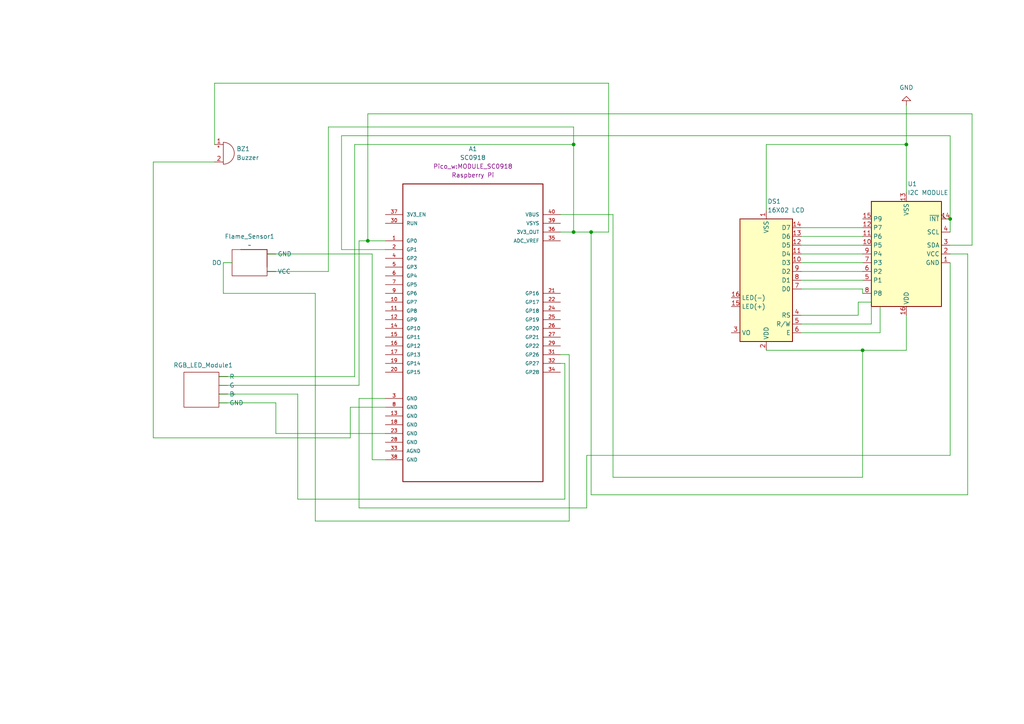
<source format=kicad_sch>
(kicad_sch (version 20231120) (generator "eeschema") (generator_version "8.0")
  (paper "A4")
  (lib_symbols
    (symbol "Device:Buzzer" (pin_names (offset 0.0254) hide)
      (property "Reference" "BZ" (at 3.81 1.27 0))
      (property "Value" "Buzzer" (at 3.81 -1.27 0))
      (symbol "Buzzer_0_1"
        (arc (start 0 -3.175) (mid 3.1612 0) (end 0 3.175))
        (polyline (pts (xy -1.651 1.905) (xy -1.143 1.905)))
        (polyline (pts (xy -1.397 2.159) (xy -1.397 1.651)))
        (polyline (pts (xy 0 3.175) (xy 0 -3.175)))
      )
      (symbol "Buzzer_1_1"
        (pin passive line (at -2.54 2.54 0) (length 2.54) (name "+") (number "1"))
        (pin passive line (at -2.54 -2.54 0) (length 2.54) (name "-") (number "2"))
      )
    )
    (symbol "Device:RGB_LED_Module"
      (property "Reference" "RGB_LED_Module" (at 0 0 0))
      (symbol "RGB_LED_Module_0_1"
        (rectangle (start -5.08 -1.27) (end 5.08 -11.43))
      )
      (symbol "RGB_LED_Module_1_1"
        (pin input line (at 5.08 -7.62 0) (length 2.54) (name "B") (number ""))
        (pin input line (at 5.08 -5.08 0) (length 2.54) (name "G") (number ""))
        (pin output line (at 5.08 -10.16 0) (length 2.54) (name "GND") (number ""))
        (pin input line (at 5.08 -2.54 0) (length 2.54) (name "R") (number ""))
      )
    )
    (symbol "Display_Character:WC1602A"
      (property "Reference" "DS" (at -5.842 19.05 0))
      (property "Value" "WC1602A" (at 5.334 19.05 0))
      (symbol "WC1602A_1_1"
        (rectangle (start -7.62 17.78) (end 7.62 -17.78) (stroke (width 0.254)) (fill (type background)))
        (pin power_in line (at 0 -20.32 90) (length 2.54) (name "VSS") (number "1"))
        (pin input line (at -10.16 -5.08 0) (length 2.54) (name "D3") (number "10"))
        (pin input line (at -10.16 -7.62 0) (length 2.54) (name "D4") (number "11"))
        (pin input line (at -10.16 -10.16 0) (length 2.54) (name "D5") (number "12"))
        (pin input line (at -10.16 -12.7 0) (length 2.54) (name "D6") (number "13"))
        (pin input line (at -10.16 -15.24 0) (length 2.54) (name "D7") (number "14"))
        (pin power_in line (at 10.16 7.62 180) (length 2.54) (name "LED(+)") (number "15"))
        (pin power_in line (at 10.16 5.08 180) (length 2.54) (name "LED(-)") (number "16"))
        (pin power_in line (at 0 20.32 270) (length 2.54) (name "VDD") (number "2"))
        (pin input line (at 10.16 15.24 180) (length 2.54) (name "VO") (number "3"))
        (pin input line (at -10.16 10.16 0) (length 2.54) (name "RS") (number "4"))
        (pin input line (at -10.16 12.7 0) (length 2.54) (name "R/W") (number "5"))
        (pin input line (at -10.16 15.24 0) (length 2.54) (name "E") (number "6"))
        (pin input line (at -10.16 2.54 0) (length 2.54) (name "D0") (number "7"))
        (pin input line (at -10.16 0 0) (length 2.54) (name "D1") (number "8"))
        (pin input line (at -10.16 -2.54 0) (length 2.54) (name "D2") (number "9"))
      )
    )
    (symbol "Interface_Expansion:PCF8574"
      (property "Reference" "U1" (at -0.3459 -20.32 0))
      (property "Value" "I2C MODULE" (at -0.3459 -17.78 0))
      (symbol "PCF8574_0_1"
        (rectangle (start -10.16 15.24) (end 10.16 -15.24) (stroke (width 0.254)) (fill (type background)))
      )
      (symbol "PCF8574_1_1"
        (pin input line (at -12.7 2.54 0) (length 2.54) (name "GND") (number "1"))
        (pin bidirectional line (at 12.7 -2.54 180) (length 2.54) (name "P5") (number "10"))
        (pin bidirectional line (at 12.7 -5.08 180) (length 2.54) (name "P6") (number "11"))
        (pin bidirectional line (at 12.7 -7.62 180) (length 2.54) (name "P7") (number "12"))
        (pin power_in line (at 0 -17.78 90) (length 2.54) (name "VSS") (number "13"))
        (pin open_collector output_low (at -12.7 -10.16 0) (length 2.54) (name "~{INT}") (number "14"))
        (pin input line (at 12.7 -10.16 180) (length 2.54) (name "P9") (number "15"))
        (pin power_in line (at 0 17.78 270) (length 2.54) (name "VDD") (number "16"))
        (pin input line (at -12.7 0 0) (length 2.54) (name "VCC") (number "2"))
        (pin input line (at -12.7 -2.54 0) (length 2.54) (name "SDA") (number "3"))
        (pin input line (at -12.7 -6.35 0) (length 2.54) (name "SCL") (number "4"))
        (pin bidirectional line (at 12.7 7.62 180) (length 2.54) (name "P1") (number "5"))
        (pin bidirectional line (at 12.7 5.08 180) (length 2.54) (name "P2") (number "6"))
        (pin bidirectional line (at 12.7 2.54 180) (length 2.54) (name "P3") (number "7"))
        (pin bidirectional line (at 12.7 11.43 180) (length 2.54) (name "P8") (number "8"))
        (pin bidirectional line (at 12.7 0 180) (length 2.54) (name "P4") (number "9"))
      )
    )
    (symbol "Pico_w:SC0918" (pin_names (offset 1.016))
      (property "Reference" "A1" (at 0 58.42 0))
      (property "Value" "SC0918" (at 0 55.88 0))
      (property "Footprint" "Pico_w:MODULE_SC0918" (at -12.7 -46.99 0))
      (property "manufacturer" "Raspberry Pi" (at 0 53.34 0))
      (symbol "SC0918_0_0"
        (rectangle (start -20.32 -43.18) (end 20.32 43.18) (stroke (width 0.254)))
        (pin bidirectional line (at -25.4 26.67 0) (length 5.08) (name "GP0") (number "1"))
        (pin bidirectional line (at -25.4 8.89 0) (length 5.08) (name "GP7") (number "10"))
        (pin bidirectional line (at -25.4 6.35 0) (length 5.08) (name "GP8") (number "11"))
        (pin bidirectional line (at -25.4 3.81 0) (length 5.08) (name "GP9") (number "12"))
        (pin power_in line (at -25.4 -24.13 0) (length 5.08) (name "GND") (number "13"))
        (pin bidirectional line (at -25.4 1.27 0) (length 5.08) (name "GP10") (number "14"))
        (pin bidirectional line (at -25.4 -1.27 0) (length 5.08) (name "GP11") (number "15"))
        (pin bidirectional line (at -25.4 -3.81 0) (length 5.08) (name "GP12") (number "16"))
        (pin bidirectional line (at -25.4 -6.35 0) (length 5.08) (name "GP13") (number "17"))
        (pin power_in line (at -25.4 -26.67 0) (length 5.08) (name "GND") (number "18"))
        (pin bidirectional line (at -25.4 -8.89 0) (length 5.08) (name "GP14") (number "19"))
        (pin bidirectional line (at -25.4 24.13 0) (length 5.08) (name "GP1") (number "2"))
        (pin bidirectional line (at -25.4 -11.43 0) (length 5.08) (name "GP15") (number "20"))
        (pin bidirectional line (at 25.4 11.43 180) (length 5.08) (name "GP16") (number "21"))
        (pin bidirectional line (at 25.4 8.89 180) (length 5.08) (name "GP17") (number "22"))
        (pin power_in line (at -25.4 -29.21 0) (length 5.08) (name "GND") (number "23"))
        (pin bidirectional line (at 25.4 6.35 180) (length 5.08) (name "GP18") (number "24"))
        (pin bidirectional line (at 25.4 3.81 180) (length 5.08) (name "GP19") (number "25"))
        (pin bidirectional line (at 25.4 1.27 180) (length 5.08) (name "GP20") (number "26"))
        (pin bidirectional line (at 25.4 -1.27 180) (length 5.08) (name "GP21") (number "27"))
        (pin power_in line (at -25.4 -31.75 0) (length 5.08) (name "GND") (number "28"))
        (pin bidirectional line (at 25.4 -3.81 180) (length 5.08) (name "GP22") (number "29"))
        (pin power_in line (at -25.4 -19.05 0) (length 5.08) (name "GND") (number "3"))
        (pin input line (at -25.4 31.75 0) (length 5.08) (name "RUN") (number "30"))
        (pin bidirectional line (at 25.4 -6.35 180) (length 5.08) (name "GP26") (number "31"))
        (pin bidirectional line (at 25.4 -8.89 180) (length 5.08) (name "GP27") (number "32"))
        (pin power_in line (at -25.4 -34.29 0) (length 5.08) (name "AGND") (number "33"))
        (pin bidirectional line (at 25.4 -11.43 180) (length 5.08) (name "GP28") (number "34"))
        (pin power_in line (at 25.4 26.67 180) (length 5.08) (name "ADC_VREF") (number "35"))
        (pin power_in line (at 25.4 29.21 180) (length 5.08) (name "3V3_OUT") (number "36"))
        (pin input line (at -25.4 34.29 0) (length 5.08) (name "3V3_EN") (number "37"))
        (pin power_in line (at -25.4 -36.83 0) (length 5.08) (name "GND") (number "38"))
        (pin free line (at 25.4 31.75 180) (length 5.08) (name "VSYS") (number "39"))
        (pin bidirectional line (at -25.4 21.59 0) (length 5.08) (name "GP2") (number "4"))
        (pin free line (at 25.4 34.29 180) (length 5.08) (name "VBUS") (number "40"))
        (pin bidirectional line (at -25.4 19.05 0) (length 5.08) (name "GP3") (number "5"))
        (pin bidirectional line (at -25.4 16.51 0) (length 5.08) (name "GP4") (number "6"))
        (pin bidirectional line (at -25.4 13.97 0) (length 5.08) (name "GP5") (number "7"))
        (pin power_in line (at -25.4 -21.59 0) (length 5.08) (name "GND") (number "8"))
        (pin bidirectional line (at -25.4 11.43 0) (length 5.08) (name "GP6") (number "9"))
      )
    )
    (symbol "Sensor:Flame_Sensor"
      (property "Reference" "Flame_Sensor" (at 0 0 0))
      (symbol "Flame_Sensor_0_1"
        (rectangle (start -5.08 -1.27) (end 5.08 -8.89))
        (rectangle (start -2.54 -1.27) (end -2.54 -1.27))
        (rectangle (start -2.54 -1.27) (end 5.08 -1.27))
        (rectangle (start 5.08 -1.27) (end 5.08 -6.35))
      )
      (symbol "Flame_Sensor_1_1"
        (pin input line (at -5.08 -5.08 180) (length 2.54) (name "DO") (number ""))
        (pin output line (at 5.08 -2.54 0) (length 2.54) (name "GND") (number ""))
        (pin input line (at 5.08 -7.62 0) (length 2.54) (name "VCC") (number ""))
      )
    )
    (symbol "power:GND" (power) (pin_numbers hide) (pin_names (offset 0) hide)
      (property "Value" "GND" (at 0 -3.81 0))
      (symbol "GND_0_1"
        (polyline (pts (xy 0 0) (xy 0 -1.27) (xy 1.27 -1.27) (xy 0 -2.54) (xy -1.27 -1.27) (xy 0 -1.27)))
      )
      (symbol "GND_1_1"
        (pin power_in line (at 0 0 270) (length 0) (name "~") (number "1"))
      )
    )
  )
  (junction (at 106.68 69.85))
  (junction (at 250.19 101.6))
  (junction (at 171.45 67.31))
  (junction (at 166.37 41.91))
  (junction (at 275.59 63.5))
  (junction (at 262.89 41.91))
  (junction (at 166.37 67.31))
  (wire (pts (xy 165.1 102.87) (xy 165.1 151.13)))
  (wire (pts (xy 102.87 109.22) (xy 102.87 41.91)))
  (wire (pts (xy 104.14 69.85) (xy 106.68 69.85)))
  (wire (pts (xy 255.27 96.52) (xy 255.27 88.9)))
  (wire (pts (xy 262.89 101.6) (xy 262.89 91.44)))
  (wire (pts (xy 177.8 62.23) (xy 177.8 138.43)))
  (wire (pts (xy 62.23 24.13) (xy 176.53 24.13)))
  (wire (pts (xy 80.01 116.84) (xy 80.01 125.73)))
  (wire (pts (xy 222.25 101.6) (xy 250.19 101.6)))
  (wire (pts (xy 275.59 67.31) (xy 275.59 63.5)))
  (wire (pts (xy 86.36 144.78) (xy 86.36 114.3)))
  (wire (pts (xy 104.14 147.32) (xy 104.14 115.57)))
  (wire (pts (xy 252.73 87.63) (xy 252.73 86.36)))
  (wire (pts (xy 170.18 132.08) (xy 170.18 147.32)))
  (wire (pts (xy 95.25 36.83) (xy 166.37 36.83)))
  (wire (pts (xy 63.5 111.76) (xy 104.14 111.76)))
  (wire (pts (xy 80.01 125.73) (xy 111.76 125.73)))
  (wire (pts (xy 250.19 81.28) (xy 232.41 81.28)))
  (wire (pts (xy 64.77 85.09) (xy 64.77 76.2)))
  (wire (pts (xy 222.25 60.96) (xy 222.25 41.91)))
  (wire (pts (xy 101.6 118.11) (xy 111.76 118.11)))
  (wire (pts (xy 104.14 111.76) (xy 104.14 69.85)))
  (wire (pts (xy 170.18 147.32) (xy 104.14 147.32)))
  (wire (pts (xy 280.67 73.66) (xy 280.67 143.51)))
  (wire (pts (xy 99.06 39.37) (xy 99.06 72.39)))
  (wire (pts (xy 102.87 41.91) (xy 166.37 41.91)))
  (wire (pts (xy 275.59 71.12) (xy 281.94 71.12)))
  (wire (pts (xy 250.19 83.82) (xy 232.41 83.82)))
  (wire (pts (xy 44.45 46.99) (xy 44.45 127)))
  (wire (pts (xy 77.47 78.74) (xy 95.25 78.74)))
  (wire (pts (xy 250.19 71.12) (xy 232.41 71.12)))
  (wire (pts (xy 250.19 83.82) (xy 250.19 85.09)))
  (wire (pts (xy 262.89 41.91) (xy 262.89 30.48)))
  (wire (pts (xy 95.25 78.74) (xy 95.25 36.83)))
  (wire (pts (xy 262.89 55.88) (xy 262.89 41.91)))
  (wire (pts (xy 62.23 46.99) (xy 44.45 46.99)))
  (wire (pts (xy 281.94 71.12) (xy 281.94 33.02)))
  (wire (pts (xy 44.45 127) (xy 101.6 127)))
  (wire (pts (xy 63.5 114.3) (xy 86.36 114.3)))
  (wire (pts (xy 165.1 151.13) (xy 91.44 151.13)))
  (wire (pts (xy 250.19 101.6) (xy 262.89 101.6)))
  (wire (pts (xy 107.95 133.35) (xy 111.76 133.35)))
  (wire (pts (xy 64.77 76.2) (xy 67.31 76.2)))
  (wire (pts (xy 250.19 68.58) (xy 232.41 68.58)))
  (wire (pts (xy 163.83 105.41) (xy 163.83 144.78)))
  (wire (pts (xy 275.59 132.08) (xy 170.18 132.08)))
  (wire (pts (xy 106.68 69.85) (xy 111.76 69.85)))
  (wire (pts (xy 77.47 73.66) (xy 107.95 73.66)))
  (wire (pts (xy 275.59 63.5) (xy 275.59 39.37)))
  (wire (pts (xy 232.41 96.52) (xy 255.27 96.52)))
  (wire (pts (xy 171.45 67.31) (xy 176.53 67.31)))
  (wire (pts (xy 232.41 93.98) (xy 252.73 93.98)))
  (wire (pts (xy 252.73 93.98) (xy 252.73 88.9)))
  (wire (pts (xy 166.37 67.31) (xy 171.45 67.31)))
  (wire (pts (xy 281.94 33.02) (xy 106.68 33.02)))
  (wire (pts (xy 248.92 87.63) (xy 252.73 87.63)))
  (wire (pts (xy 101.6 127) (xy 101.6 118.11)))
  (wire (pts (xy 107.95 73.66) (xy 107.95 133.35)))
  (wire (pts (xy 275.59 39.37) (xy 99.06 39.37)))
  (wire (pts (xy 166.37 36.83) (xy 166.37 41.91)))
  (wire (pts (xy 91.44 85.09) (xy 64.77 85.09)))
  (wire (pts (xy 106.68 33.02) (xy 106.68 69.85)))
  (wire (pts (xy 275.59 76.2) (xy 275.59 132.08)))
  (wire (pts (xy 280.67 143.51) (xy 171.45 143.51)))
  (wire (pts (xy 166.37 67.31) (xy 162.56 67.31)))
  (wire (pts (xy 177.8 138.43) (xy 250.19 138.43)))
  (wire (pts (xy 162.56 62.23) (xy 177.8 62.23)))
  (wire (pts (xy 275.59 73.66) (xy 280.67 73.66)))
  (wire (pts (xy 104.14 115.57) (xy 111.76 115.57)))
  (wire (pts (xy 63.5 109.22) (xy 102.87 109.22)))
  (wire (pts (xy 250.19 76.2) (xy 232.41 76.2)))
  (wire (pts (xy 163.83 144.78) (xy 86.36 144.78)))
  (wire (pts (xy 171.45 143.51) (xy 171.45 67.31)))
  (wire (pts (xy 91.44 151.13) (xy 91.44 85.09)))
  (wire (pts (xy 262.89 41.91) (xy 222.25 41.91)))
  (wire (pts (xy 248.92 91.44) (xy 248.92 87.63)))
  (wire (pts (xy 176.53 24.13) (xy 176.53 67.31)))
  (wire (pts (xy 250.19 66.04) (xy 232.41 66.04)))
  (wire (pts (xy 162.56 102.87) (xy 165.1 102.87)))
  (wire (pts (xy 99.06 72.39) (xy 111.76 72.39)))
  (wire (pts (xy 63.5 116.84) (xy 80.01 116.84)))
  (wire (pts (xy 162.56 105.41) (xy 163.83 105.41)))
  (wire (pts (xy 166.37 41.91) (xy 166.37 67.31)))
  (wire (pts (xy 232.41 91.44) (xy 248.92 91.44)))
  (wire (pts (xy 250.19 73.66) (xy 232.41 73.66)))
  (wire (pts (xy 62.23 41.91) (xy 62.23 24.13)))
  (wire (pts (xy 250.19 78.74) (xy 232.41 78.74)))
  (wire (pts (xy 250.19 101.6) (xy 250.19 138.43)))
  (symbol (lib_id "Display_Character:WC1602A") (at 222.25 81.28 180) (unit 1)
    (property "Reference" "DS1" (at 222.5959 58.42 0) (effects (justify right)))
    (property "Value" "16X02 LCD" (at 222.5959 60.96 0) (effects (justify right)))
    (property "Footprint" "Display:WC1602A" (effects (hide yes)))
    (property "Datasheet" "http://www.wincomlcd.com/pdf/WC1602A-SFYLYHTC06.pdf" (effects (hide yes)))
    (property "Description" "LCD 16x2 Alphanumeric , 8 bit parallel bus, 5V VDD" (effects (hide yes)))
  )
  (symbol (lib_id "Device:RGB_LED_Module") (at 58.42 106.68 0) (unit 1)
    (property "Reference" "RGB_LED_Module1" (at 50.292 105.918 0) (effects (justify left)))
    (property "Value" "~" (at 67.31 114.3 0) (effects (justify left)))
  )
  (symbol (lib_id "Pico_w:SC0918") (at 137.16 96.52 0) (unit 1)
    (property "Reference" "A1" (at 137.16 43.18 0))
    (property "Value" "SC0918" (at 137.16 45.72 0))
    (property "Footprint" "Pico_w:MODULE_SC0918" (at 137.16 48.26 0))
    (property "Datasheet" "https://datasheets.raspberrypi.com/picow/pico-w-datasheet.pdf" (effects (hide yes)))
    (property "manufacturer" "Raspberry Pi" (at 137.16 50.8 0))
    (property "P/N" "SC0918" (effects (hide yes)))
    (property "PARTREV" "1.6" (effects (hide yes)))
    (property "MAXIMUM_PACKAGE_HEIGHT" "3.73mm" (effects (hide yes)))
  )
  (symbol (lib_id "Sensor:Flame_Sensor") (at 72.39 71.12 0) (unit 1)
    (property "Reference" "Flame_Sensor1" (at 72.39 68.58 0))
    (property "Value" "~" (at 72.39 71.12 0))
  )
  (symbol (lib_id "power:GND") (at 262.89 30.48 180) (unit 1)
    (property "Reference" "#PWR01" (effects (hide yes)))
    (property "Value" "GND" (at 262.89 25.4 0))
    (property "Description" "Power symbol creates a global label with name \"GND\" , ground" (effects (hide yes)))
  )
  (symbol (lib_id "Device:Buzzer") (at 64.77 44.45 0) (unit 1)
    (property "Reference" "BZ1" (at 68.58 43.1799 0) (effects (justify left)))
    (property "Value" "Buzzer" (at 68.58 45.7199 0) (effects (justify left)))
    (property "Description" "Buzzer, polarized" (effects (hide yes)))
  )
  (symbol (lib_id "Interface_Expansion:PCF8574") (at 262.89 73.66 180) (unit 1)
    (property "Reference" "U1" (at 263.2359 53.34 0) (effects (justify right)))
    (property "Value" "I2C MODULE" (at 263.2359 55.88 0) (effects (justify right)))
    (property "Datasheet" "http://www.nxp.com/docs/en/data-sheet/PCF8574_PCF8574A.pdf" (effects (hide yes)))
    (property "Description" "8 Bit Port/Expander to I2C Bus, DIP/SOIC-16" (effects (hide yes)))
  )
)
</source>
